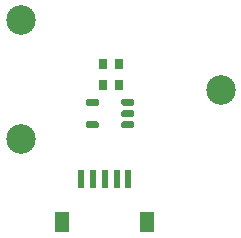
<source format=gbr>
%TF.GenerationSoftware,KiCad,Pcbnew,5.1.10*%
%TF.CreationDate,2021-07-19T16:53:42-07:00*%
%TF.ProjectId,dogbone,646f6762-6f6e-4652-9e6b-696361645f70,rev?*%
%TF.SameCoordinates,Original*%
%TF.FileFunction,Soldermask,Bot*%
%TF.FilePolarity,Negative*%
%FSLAX46Y46*%
G04 Gerber Fmt 4.6, Leading zero omitted, Abs format (unit mm)*
G04 Created by KiCad (PCBNEW 5.1.10) date 2021-07-19 16:53:42*
%MOMM*%
%LPD*%
G01*
G04 APERTURE LIST*
%ADD10R,0.600000X1.550000*%
%ADD11R,1.200000X1.800000*%
%ADD12R,0.725000X0.900000*%
%ADD13C,2.500000*%
G04 APERTURE END LIST*
D10*
%TO.C,J1*%
X53775600Y-98196400D03*
D11*
X59375600Y-101796400D03*
X52175600Y-101796400D03*
D10*
X54775600Y-98196400D03*
X55775600Y-98196400D03*
X56775600Y-98196400D03*
X57775600Y-98196400D03*
%TD*%
%TO.C,U1*%
G36*
G01*
X55271500Y-93444000D02*
X55271500Y-93744000D01*
G75*
G02*
X55121500Y-93894000I-150000J0D01*
G01*
X54321500Y-93894000D01*
G75*
G02*
X54171500Y-93744000I0J150000D01*
G01*
X54171500Y-93444000D01*
G75*
G02*
X54321500Y-93294000I150000J0D01*
G01*
X55121500Y-93294000D01*
G75*
G02*
X55271500Y-93444000I0J-150000D01*
G01*
G37*
G36*
G01*
X58271500Y-93444000D02*
X58271500Y-93744000D01*
G75*
G02*
X58121500Y-93894000I-150000J0D01*
G01*
X57321500Y-93894000D01*
G75*
G02*
X57171500Y-93744000I0J150000D01*
G01*
X57171500Y-93444000D01*
G75*
G02*
X57321500Y-93294000I150000J0D01*
G01*
X58121500Y-93294000D01*
G75*
G02*
X58271500Y-93444000I0J-150000D01*
G01*
G37*
G36*
G01*
X58271500Y-92494000D02*
X58271500Y-92794000D01*
G75*
G02*
X58121500Y-92944000I-150000J0D01*
G01*
X57321500Y-92944000D01*
G75*
G02*
X57171500Y-92794000I0J150000D01*
G01*
X57171500Y-92494000D01*
G75*
G02*
X57321500Y-92344000I150000J0D01*
G01*
X58121500Y-92344000D01*
G75*
G02*
X58271500Y-92494000I0J-150000D01*
G01*
G37*
G36*
G01*
X55271500Y-91544000D02*
X55271500Y-91844000D01*
G75*
G02*
X55121500Y-91994000I-150000J0D01*
G01*
X54321500Y-91994000D01*
G75*
G02*
X54171500Y-91844000I0J150000D01*
G01*
X54171500Y-91544000D01*
G75*
G02*
X54321500Y-91394000I150000J0D01*
G01*
X55121500Y-91394000D01*
G75*
G02*
X55271500Y-91544000I0J-150000D01*
G01*
G37*
G36*
G01*
X58271500Y-91544000D02*
X58271500Y-91844000D01*
G75*
G02*
X58121500Y-91994000I-150000J0D01*
G01*
X57321500Y-91994000D01*
G75*
G02*
X57171500Y-91844000I0J150000D01*
G01*
X57171500Y-91544000D01*
G75*
G02*
X57321500Y-91394000I150000J0D01*
G01*
X58121500Y-91394000D01*
G75*
G02*
X58271500Y-91544000I0J-150000D01*
G01*
G37*
%TD*%
D12*
%TO.C,R4*%
X57001000Y-90233500D03*
X55626000Y-90233500D03*
%TD*%
%TO.C,C1*%
X56959500Y-88455500D03*
X55584500Y-88455500D03*
%TD*%
D13*
%TO.C,H3*%
X65577000Y-90623000D03*
%TD*%
%TO.C,H2*%
X48634000Y-94760000D03*
%TD*%
%TO.C,H1*%
X48634000Y-84740000D03*
%TD*%
M02*

</source>
